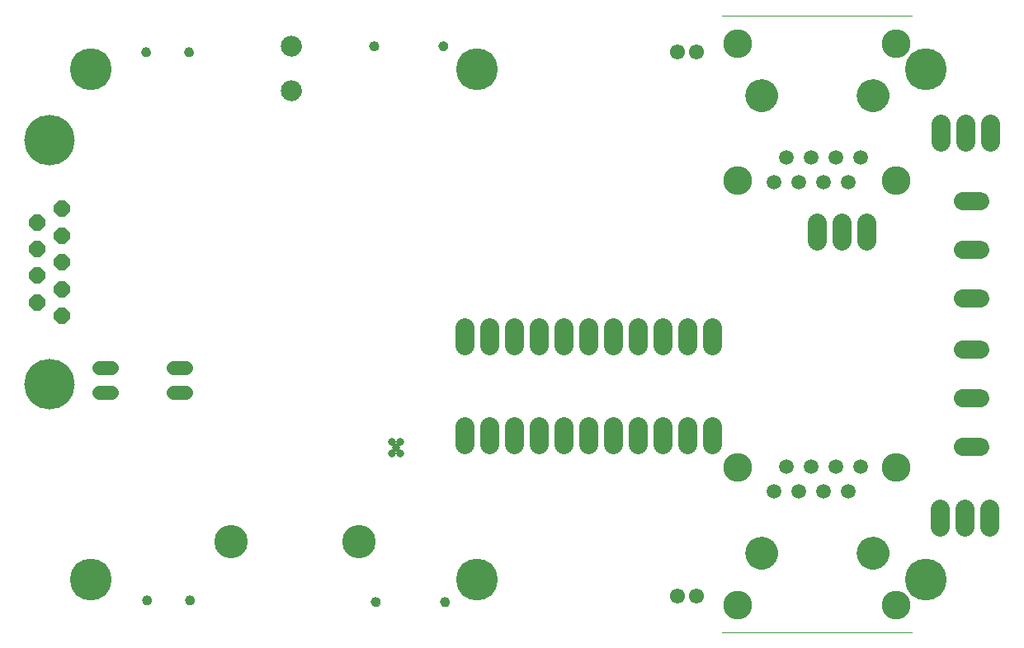
<source format=gbs>
G75*
G70*
%OFA0B0*%
%FSLAX24Y24*%
%IPPOS*%
%LPD*%
%AMOC8*
5,1,8,0,0,1.08239X$1,22.5*
%
%ADD10C,0.0000*%
%ADD11C,0.0840*%
%ADD12C,0.0394*%
%ADD13C,0.0610*%
%ADD14C,0.1350*%
%ADD15OC8,0.0640*%
%ADD16C,0.2040*%
%ADD17C,0.0319*%
%ADD18C,0.0780*%
%ADD19C,0.0745*%
%ADD20C,0.0004*%
%ADD21C,0.0594*%
%ADD22C,0.1162*%
%ADD23C,0.1320*%
%ADD24C,0.0560*%
%ADD25C,0.1690*%
D10*
X010926Y019839D02*
X010928Y019865D01*
X010934Y019891D01*
X010944Y019916D01*
X010957Y019939D01*
X010973Y019959D01*
X010993Y019977D01*
X011015Y019992D01*
X011038Y020004D01*
X011064Y020012D01*
X011090Y020016D01*
X011116Y020016D01*
X011142Y020012D01*
X011168Y020004D01*
X011192Y019992D01*
X011213Y019977D01*
X011233Y019959D01*
X011249Y019939D01*
X011262Y019916D01*
X011272Y019891D01*
X011278Y019865D01*
X011280Y019839D01*
X011278Y019813D01*
X011272Y019787D01*
X011262Y019762D01*
X011249Y019739D01*
X011233Y019719D01*
X011213Y019701D01*
X011191Y019686D01*
X011168Y019674D01*
X011142Y019666D01*
X011116Y019662D01*
X011090Y019662D01*
X011064Y019666D01*
X011038Y019674D01*
X011014Y019686D01*
X010993Y019701D01*
X010973Y019719D01*
X010957Y019739D01*
X010944Y019762D01*
X010934Y019787D01*
X010928Y019813D01*
X010926Y019839D01*
X012659Y019839D02*
X012661Y019865D01*
X012667Y019891D01*
X012677Y019916D01*
X012690Y019939D01*
X012706Y019959D01*
X012726Y019977D01*
X012748Y019992D01*
X012771Y020004D01*
X012797Y020012D01*
X012823Y020016D01*
X012849Y020016D01*
X012875Y020012D01*
X012901Y020004D01*
X012925Y019992D01*
X012946Y019977D01*
X012966Y019959D01*
X012982Y019939D01*
X012995Y019916D01*
X013005Y019891D01*
X013011Y019865D01*
X013013Y019839D01*
X013011Y019813D01*
X013005Y019787D01*
X012995Y019762D01*
X012982Y019739D01*
X012966Y019719D01*
X012946Y019701D01*
X012924Y019686D01*
X012901Y019674D01*
X012875Y019666D01*
X012849Y019662D01*
X012823Y019662D01*
X012797Y019666D01*
X012771Y019674D01*
X012747Y019686D01*
X012726Y019701D01*
X012706Y019719D01*
X012690Y019739D01*
X012677Y019762D01*
X012667Y019787D01*
X012661Y019813D01*
X012659Y019839D01*
X020170Y019770D02*
X020172Y019796D01*
X020178Y019822D01*
X020188Y019847D01*
X020201Y019870D01*
X020217Y019890D01*
X020237Y019908D01*
X020259Y019923D01*
X020282Y019935D01*
X020308Y019943D01*
X020334Y019947D01*
X020360Y019947D01*
X020386Y019943D01*
X020412Y019935D01*
X020436Y019923D01*
X020457Y019908D01*
X020477Y019890D01*
X020493Y019870D01*
X020506Y019847D01*
X020516Y019822D01*
X020522Y019796D01*
X020524Y019770D01*
X020522Y019744D01*
X020516Y019718D01*
X020506Y019693D01*
X020493Y019670D01*
X020477Y019650D01*
X020457Y019632D01*
X020435Y019617D01*
X020412Y019605D01*
X020386Y019597D01*
X020360Y019593D01*
X020334Y019593D01*
X020308Y019597D01*
X020282Y019605D01*
X020258Y019617D01*
X020237Y019632D01*
X020217Y019650D01*
X020201Y019670D01*
X020188Y019693D01*
X020178Y019718D01*
X020172Y019744D01*
X020170Y019770D01*
X022966Y019770D02*
X022968Y019796D01*
X022974Y019822D01*
X022984Y019847D01*
X022997Y019870D01*
X023013Y019890D01*
X023033Y019908D01*
X023055Y019923D01*
X023078Y019935D01*
X023104Y019943D01*
X023130Y019947D01*
X023156Y019947D01*
X023182Y019943D01*
X023208Y019935D01*
X023232Y019923D01*
X023253Y019908D01*
X023273Y019890D01*
X023289Y019870D01*
X023302Y019847D01*
X023312Y019822D01*
X023318Y019796D01*
X023320Y019770D01*
X023318Y019744D01*
X023312Y019718D01*
X023302Y019693D01*
X023289Y019670D01*
X023273Y019650D01*
X023253Y019632D01*
X023231Y019617D01*
X023208Y019605D01*
X023182Y019597D01*
X023156Y019593D01*
X023130Y019593D01*
X023104Y019597D01*
X023078Y019605D01*
X023054Y019617D01*
X023033Y019632D01*
X023013Y019650D01*
X022997Y019670D01*
X022984Y019693D01*
X022974Y019718D01*
X022968Y019744D01*
X022966Y019770D01*
X035290Y021750D02*
X035292Y021800D01*
X035298Y021850D01*
X035308Y021899D01*
X035321Y021948D01*
X035339Y021995D01*
X035360Y022041D01*
X035384Y022084D01*
X035412Y022126D01*
X035443Y022166D01*
X035477Y022203D01*
X035514Y022237D01*
X035554Y022268D01*
X035596Y022296D01*
X035639Y022320D01*
X035685Y022341D01*
X035732Y022359D01*
X035781Y022372D01*
X035830Y022382D01*
X035880Y022388D01*
X035930Y022390D01*
X035980Y022388D01*
X036030Y022382D01*
X036079Y022372D01*
X036128Y022359D01*
X036175Y022341D01*
X036221Y022320D01*
X036264Y022296D01*
X036306Y022268D01*
X036346Y022237D01*
X036383Y022203D01*
X036417Y022166D01*
X036448Y022126D01*
X036476Y022084D01*
X036500Y022041D01*
X036521Y021995D01*
X036539Y021948D01*
X036552Y021899D01*
X036562Y021850D01*
X036568Y021800D01*
X036570Y021750D01*
X036568Y021700D01*
X036562Y021650D01*
X036552Y021601D01*
X036539Y021552D01*
X036521Y021505D01*
X036500Y021459D01*
X036476Y021416D01*
X036448Y021374D01*
X036417Y021334D01*
X036383Y021297D01*
X036346Y021263D01*
X036306Y021232D01*
X036264Y021204D01*
X036221Y021180D01*
X036175Y021159D01*
X036128Y021141D01*
X036079Y021128D01*
X036030Y021118D01*
X035980Y021112D01*
X035930Y021110D01*
X035880Y021112D01*
X035830Y021118D01*
X035781Y021128D01*
X035732Y021141D01*
X035685Y021159D01*
X035639Y021180D01*
X035596Y021204D01*
X035554Y021232D01*
X035514Y021263D01*
X035477Y021297D01*
X035443Y021334D01*
X035412Y021374D01*
X035384Y021416D01*
X035360Y021459D01*
X035339Y021505D01*
X035321Y021552D01*
X035308Y021601D01*
X035298Y021650D01*
X035292Y021700D01*
X035290Y021750D01*
X039790Y021750D02*
X039792Y021800D01*
X039798Y021850D01*
X039808Y021899D01*
X039821Y021948D01*
X039839Y021995D01*
X039860Y022041D01*
X039884Y022084D01*
X039912Y022126D01*
X039943Y022166D01*
X039977Y022203D01*
X040014Y022237D01*
X040054Y022268D01*
X040096Y022296D01*
X040139Y022320D01*
X040185Y022341D01*
X040232Y022359D01*
X040281Y022372D01*
X040330Y022382D01*
X040380Y022388D01*
X040430Y022390D01*
X040480Y022388D01*
X040530Y022382D01*
X040579Y022372D01*
X040628Y022359D01*
X040675Y022341D01*
X040721Y022320D01*
X040764Y022296D01*
X040806Y022268D01*
X040846Y022237D01*
X040883Y022203D01*
X040917Y022166D01*
X040948Y022126D01*
X040976Y022084D01*
X041000Y022041D01*
X041021Y021995D01*
X041039Y021948D01*
X041052Y021899D01*
X041062Y021850D01*
X041068Y021800D01*
X041070Y021750D01*
X041068Y021700D01*
X041062Y021650D01*
X041052Y021601D01*
X041039Y021552D01*
X041021Y021505D01*
X041000Y021459D01*
X040976Y021416D01*
X040948Y021374D01*
X040917Y021334D01*
X040883Y021297D01*
X040846Y021263D01*
X040806Y021232D01*
X040764Y021204D01*
X040721Y021180D01*
X040675Y021159D01*
X040628Y021141D01*
X040579Y021128D01*
X040530Y021118D01*
X040480Y021112D01*
X040430Y021110D01*
X040380Y021112D01*
X040330Y021118D01*
X040281Y021128D01*
X040232Y021141D01*
X040185Y021159D01*
X040139Y021180D01*
X040096Y021204D01*
X040054Y021232D01*
X040014Y021263D01*
X039977Y021297D01*
X039943Y021334D01*
X039912Y021374D01*
X039884Y021416D01*
X039860Y021459D01*
X039839Y021505D01*
X039821Y021552D01*
X039808Y021601D01*
X039798Y021650D01*
X039792Y021700D01*
X039790Y021750D01*
X039790Y040250D02*
X039792Y040300D01*
X039798Y040350D01*
X039808Y040399D01*
X039821Y040448D01*
X039839Y040495D01*
X039860Y040541D01*
X039884Y040584D01*
X039912Y040626D01*
X039943Y040666D01*
X039977Y040703D01*
X040014Y040737D01*
X040054Y040768D01*
X040096Y040796D01*
X040139Y040820D01*
X040185Y040841D01*
X040232Y040859D01*
X040281Y040872D01*
X040330Y040882D01*
X040380Y040888D01*
X040430Y040890D01*
X040480Y040888D01*
X040530Y040882D01*
X040579Y040872D01*
X040628Y040859D01*
X040675Y040841D01*
X040721Y040820D01*
X040764Y040796D01*
X040806Y040768D01*
X040846Y040737D01*
X040883Y040703D01*
X040917Y040666D01*
X040948Y040626D01*
X040976Y040584D01*
X041000Y040541D01*
X041021Y040495D01*
X041039Y040448D01*
X041052Y040399D01*
X041062Y040350D01*
X041068Y040300D01*
X041070Y040250D01*
X041068Y040200D01*
X041062Y040150D01*
X041052Y040101D01*
X041039Y040052D01*
X041021Y040005D01*
X041000Y039959D01*
X040976Y039916D01*
X040948Y039874D01*
X040917Y039834D01*
X040883Y039797D01*
X040846Y039763D01*
X040806Y039732D01*
X040764Y039704D01*
X040721Y039680D01*
X040675Y039659D01*
X040628Y039641D01*
X040579Y039628D01*
X040530Y039618D01*
X040480Y039612D01*
X040430Y039610D01*
X040380Y039612D01*
X040330Y039618D01*
X040281Y039628D01*
X040232Y039641D01*
X040185Y039659D01*
X040139Y039680D01*
X040096Y039704D01*
X040054Y039732D01*
X040014Y039763D01*
X039977Y039797D01*
X039943Y039834D01*
X039912Y039874D01*
X039884Y039916D01*
X039860Y039959D01*
X039839Y040005D01*
X039821Y040052D01*
X039808Y040101D01*
X039798Y040150D01*
X039792Y040200D01*
X039790Y040250D01*
X035290Y040250D02*
X035292Y040300D01*
X035298Y040350D01*
X035308Y040399D01*
X035321Y040448D01*
X035339Y040495D01*
X035360Y040541D01*
X035384Y040584D01*
X035412Y040626D01*
X035443Y040666D01*
X035477Y040703D01*
X035514Y040737D01*
X035554Y040768D01*
X035596Y040796D01*
X035639Y040820D01*
X035685Y040841D01*
X035732Y040859D01*
X035781Y040872D01*
X035830Y040882D01*
X035880Y040888D01*
X035930Y040890D01*
X035980Y040888D01*
X036030Y040882D01*
X036079Y040872D01*
X036128Y040859D01*
X036175Y040841D01*
X036221Y040820D01*
X036264Y040796D01*
X036306Y040768D01*
X036346Y040737D01*
X036383Y040703D01*
X036417Y040666D01*
X036448Y040626D01*
X036476Y040584D01*
X036500Y040541D01*
X036521Y040495D01*
X036539Y040448D01*
X036552Y040399D01*
X036562Y040350D01*
X036568Y040300D01*
X036570Y040250D01*
X036568Y040200D01*
X036562Y040150D01*
X036552Y040101D01*
X036539Y040052D01*
X036521Y040005D01*
X036500Y039959D01*
X036476Y039916D01*
X036448Y039874D01*
X036417Y039834D01*
X036383Y039797D01*
X036346Y039763D01*
X036306Y039732D01*
X036264Y039704D01*
X036221Y039680D01*
X036175Y039659D01*
X036128Y039641D01*
X036079Y039628D01*
X036030Y039618D01*
X035980Y039612D01*
X035930Y039610D01*
X035880Y039612D01*
X035830Y039618D01*
X035781Y039628D01*
X035732Y039641D01*
X035685Y039659D01*
X035639Y039680D01*
X035596Y039704D01*
X035554Y039732D01*
X035514Y039763D01*
X035477Y039797D01*
X035443Y039834D01*
X035412Y039874D01*
X035384Y039916D01*
X035360Y039959D01*
X035339Y040005D01*
X035321Y040052D01*
X035308Y040101D01*
X035298Y040150D01*
X035292Y040200D01*
X035290Y040250D01*
X022901Y042250D02*
X022903Y042276D01*
X022909Y042302D01*
X022919Y042327D01*
X022932Y042350D01*
X022948Y042370D01*
X022968Y042388D01*
X022990Y042403D01*
X023013Y042415D01*
X023039Y042423D01*
X023065Y042427D01*
X023091Y042427D01*
X023117Y042423D01*
X023143Y042415D01*
X023167Y042403D01*
X023188Y042388D01*
X023208Y042370D01*
X023224Y042350D01*
X023237Y042327D01*
X023247Y042302D01*
X023253Y042276D01*
X023255Y042250D01*
X023253Y042224D01*
X023247Y042198D01*
X023237Y042173D01*
X023224Y042150D01*
X023208Y042130D01*
X023188Y042112D01*
X023166Y042097D01*
X023143Y042085D01*
X023117Y042077D01*
X023091Y042073D01*
X023065Y042073D01*
X023039Y042077D01*
X023013Y042085D01*
X022989Y042097D01*
X022968Y042112D01*
X022948Y042130D01*
X022932Y042150D01*
X022919Y042173D01*
X022909Y042198D01*
X022903Y042224D01*
X022901Y042250D01*
X020105Y042250D02*
X020107Y042276D01*
X020113Y042302D01*
X020123Y042327D01*
X020136Y042350D01*
X020152Y042370D01*
X020172Y042388D01*
X020194Y042403D01*
X020217Y042415D01*
X020243Y042423D01*
X020269Y042427D01*
X020295Y042427D01*
X020321Y042423D01*
X020347Y042415D01*
X020371Y042403D01*
X020392Y042388D01*
X020412Y042370D01*
X020428Y042350D01*
X020441Y042327D01*
X020451Y042302D01*
X020457Y042276D01*
X020459Y042250D01*
X020457Y042224D01*
X020451Y042198D01*
X020441Y042173D01*
X020428Y042150D01*
X020412Y042130D01*
X020392Y042112D01*
X020370Y042097D01*
X020347Y042085D01*
X020321Y042077D01*
X020295Y042073D01*
X020269Y042073D01*
X020243Y042077D01*
X020217Y042085D01*
X020193Y042097D01*
X020172Y042112D01*
X020152Y042130D01*
X020136Y042150D01*
X020123Y042173D01*
X020113Y042198D01*
X020107Y042224D01*
X020105Y042250D01*
X016530Y042250D02*
X016532Y042290D01*
X016538Y042329D01*
X016548Y042368D01*
X016561Y042405D01*
X016579Y042441D01*
X016600Y042475D01*
X016624Y042507D01*
X016651Y042536D01*
X016681Y042563D01*
X016713Y042586D01*
X016748Y042606D01*
X016784Y042622D01*
X016822Y042635D01*
X016861Y042644D01*
X016900Y042649D01*
X016940Y042650D01*
X016980Y042647D01*
X017019Y042640D01*
X017057Y042629D01*
X017095Y042615D01*
X017130Y042596D01*
X017163Y042575D01*
X017195Y042550D01*
X017223Y042522D01*
X017249Y042492D01*
X017271Y042459D01*
X017290Y042424D01*
X017306Y042387D01*
X017318Y042349D01*
X017326Y042310D01*
X017330Y042270D01*
X017330Y042230D01*
X017326Y042190D01*
X017318Y042151D01*
X017306Y042113D01*
X017290Y042076D01*
X017271Y042041D01*
X017249Y042008D01*
X017223Y041978D01*
X017195Y041950D01*
X017163Y041925D01*
X017130Y041904D01*
X017095Y041885D01*
X017057Y041871D01*
X017019Y041860D01*
X016980Y041853D01*
X016940Y041850D01*
X016900Y041851D01*
X016861Y041856D01*
X016822Y041865D01*
X016784Y041878D01*
X016748Y041894D01*
X016713Y041914D01*
X016681Y041937D01*
X016651Y041964D01*
X016624Y041993D01*
X016600Y042025D01*
X016579Y042059D01*
X016561Y042095D01*
X016548Y042132D01*
X016538Y042171D01*
X016532Y042210D01*
X016530Y042250D01*
X016530Y040450D02*
X016532Y040490D01*
X016538Y040529D01*
X016548Y040568D01*
X016561Y040605D01*
X016579Y040641D01*
X016600Y040675D01*
X016624Y040707D01*
X016651Y040736D01*
X016681Y040763D01*
X016713Y040786D01*
X016748Y040806D01*
X016784Y040822D01*
X016822Y040835D01*
X016861Y040844D01*
X016900Y040849D01*
X016940Y040850D01*
X016980Y040847D01*
X017019Y040840D01*
X017057Y040829D01*
X017095Y040815D01*
X017130Y040796D01*
X017163Y040775D01*
X017195Y040750D01*
X017223Y040722D01*
X017249Y040692D01*
X017271Y040659D01*
X017290Y040624D01*
X017306Y040587D01*
X017318Y040549D01*
X017326Y040510D01*
X017330Y040470D01*
X017330Y040430D01*
X017326Y040390D01*
X017318Y040351D01*
X017306Y040313D01*
X017290Y040276D01*
X017271Y040241D01*
X017249Y040208D01*
X017223Y040178D01*
X017195Y040150D01*
X017163Y040125D01*
X017130Y040104D01*
X017095Y040085D01*
X017057Y040071D01*
X017019Y040060D01*
X016980Y040053D01*
X016940Y040050D01*
X016900Y040051D01*
X016861Y040056D01*
X016822Y040065D01*
X016784Y040078D01*
X016748Y040094D01*
X016713Y040114D01*
X016681Y040137D01*
X016651Y040164D01*
X016624Y040193D01*
X016600Y040225D01*
X016579Y040259D01*
X016561Y040295D01*
X016548Y040332D01*
X016538Y040371D01*
X016532Y040410D01*
X016530Y040450D01*
X012619Y042000D02*
X012621Y042026D01*
X012627Y042052D01*
X012637Y042077D01*
X012650Y042100D01*
X012666Y042120D01*
X012686Y042138D01*
X012708Y042153D01*
X012731Y042165D01*
X012757Y042173D01*
X012783Y042177D01*
X012809Y042177D01*
X012835Y042173D01*
X012861Y042165D01*
X012885Y042153D01*
X012906Y042138D01*
X012926Y042120D01*
X012942Y042100D01*
X012955Y042077D01*
X012965Y042052D01*
X012971Y042026D01*
X012973Y042000D01*
X012971Y041974D01*
X012965Y041948D01*
X012955Y041923D01*
X012942Y041900D01*
X012926Y041880D01*
X012906Y041862D01*
X012884Y041847D01*
X012861Y041835D01*
X012835Y041827D01*
X012809Y041823D01*
X012783Y041823D01*
X012757Y041827D01*
X012731Y041835D01*
X012707Y041847D01*
X012686Y041862D01*
X012666Y041880D01*
X012650Y041900D01*
X012637Y041923D01*
X012627Y041948D01*
X012621Y041974D01*
X012619Y042000D01*
X010887Y042000D02*
X010889Y042026D01*
X010895Y042052D01*
X010905Y042077D01*
X010918Y042100D01*
X010934Y042120D01*
X010954Y042138D01*
X010976Y042153D01*
X010999Y042165D01*
X011025Y042173D01*
X011051Y042177D01*
X011077Y042177D01*
X011103Y042173D01*
X011129Y042165D01*
X011153Y042153D01*
X011174Y042138D01*
X011194Y042120D01*
X011210Y042100D01*
X011223Y042077D01*
X011233Y042052D01*
X011239Y042026D01*
X011241Y042000D01*
X011239Y041974D01*
X011233Y041948D01*
X011223Y041923D01*
X011210Y041900D01*
X011194Y041880D01*
X011174Y041862D01*
X011152Y041847D01*
X011129Y041835D01*
X011103Y041827D01*
X011077Y041823D01*
X011051Y041823D01*
X011025Y041827D01*
X010999Y041835D01*
X010975Y041847D01*
X010954Y041862D01*
X010934Y041880D01*
X010918Y041900D01*
X010905Y041923D01*
X010895Y041948D01*
X010889Y041974D01*
X010887Y042000D01*
D11*
X016930Y042250D03*
X016930Y040450D03*
D12*
X011103Y019839D03*
X012836Y019839D03*
X020347Y019770D03*
X023143Y019770D03*
X023078Y042250D03*
X020282Y042250D03*
X012796Y042000D03*
X011064Y042000D03*
D13*
X032536Y042000D03*
X033324Y042000D03*
X033324Y020000D03*
X032536Y020000D03*
D14*
X019686Y022220D03*
X014516Y022220D03*
D15*
X007680Y031340D03*
X007680Y032420D03*
X007680Y033500D03*
X006680Y034040D03*
X006680Y035120D03*
X007680Y034580D03*
X007680Y035660D03*
X006680Y032960D03*
X006680Y031880D03*
D16*
X007180Y028570D03*
X007180Y038430D03*
D17*
X021003Y026236D03*
X021180Y026000D03*
X021357Y025764D03*
X021003Y025764D03*
X021357Y026236D03*
D18*
X023930Y026130D02*
X023930Y026870D01*
X024930Y026870D02*
X024930Y026130D01*
X025930Y026130D02*
X025930Y026870D01*
X026930Y026870D02*
X026930Y026130D01*
X027930Y026130D02*
X027930Y026870D01*
X028930Y026870D02*
X028930Y026130D01*
X029930Y026130D02*
X029930Y026870D01*
X030930Y026870D02*
X030930Y026130D01*
X031930Y026130D02*
X031930Y026870D01*
X032930Y026870D02*
X032930Y026130D01*
X033930Y026130D02*
X033930Y026870D01*
X033930Y030130D02*
X033930Y030870D01*
X032930Y030870D02*
X032930Y030130D01*
X031930Y030130D02*
X031930Y030870D01*
X030930Y030870D02*
X030930Y030130D01*
X029930Y030130D02*
X029930Y030870D01*
X028930Y030870D02*
X028930Y030130D01*
X027930Y030130D02*
X027930Y030870D01*
X026930Y030870D02*
X026930Y030130D01*
X025930Y030130D02*
X025930Y030870D01*
X024930Y030870D02*
X024930Y030130D01*
X023930Y030130D02*
X023930Y030870D01*
X038180Y034380D02*
X038180Y035120D01*
X039180Y035120D02*
X039180Y034380D01*
X040180Y034380D02*
X040180Y035120D01*
X043180Y038355D02*
X043180Y039095D01*
X044180Y039095D02*
X044180Y038355D01*
X045180Y038355D02*
X045180Y039095D01*
X045155Y023545D02*
X045155Y022805D01*
X044155Y022805D02*
X044155Y023545D01*
X043155Y023545D02*
X043155Y022805D01*
D19*
X044070Y026031D02*
X044775Y026031D01*
X044775Y028000D02*
X044070Y028000D01*
X044070Y029969D02*
X044775Y029969D01*
X044775Y032031D02*
X044070Y032031D01*
X044070Y034000D02*
X044775Y034000D01*
X044775Y035969D02*
X044070Y035969D01*
D20*
X042005Y043470D02*
X034355Y043470D01*
X034355Y018530D02*
X042005Y018530D01*
D21*
X039430Y024250D03*
X038430Y024250D03*
X037430Y024250D03*
X036430Y024250D03*
X036930Y025250D03*
X037930Y025250D03*
X038930Y025250D03*
X039930Y025250D03*
X039430Y036750D03*
X038430Y036750D03*
X037430Y036750D03*
X036430Y036750D03*
X036930Y037750D03*
X037930Y037750D03*
X038930Y037750D03*
X039930Y037750D03*
D22*
X041380Y036801D03*
X041380Y042348D03*
X034980Y042348D03*
X034980Y036801D03*
X034980Y025199D03*
X034980Y019652D03*
X041380Y019652D03*
X041380Y025199D03*
D23*
X040430Y021750D03*
X035930Y021750D03*
X035930Y040250D03*
X040430Y040250D03*
D24*
X012690Y029250D02*
X012170Y029250D01*
X012170Y028250D02*
X012690Y028250D01*
X009690Y028250D02*
X009170Y028250D01*
X009170Y029250D02*
X009690Y029250D01*
D25*
X008830Y020680D03*
X024450Y020680D03*
X042580Y020680D03*
X042580Y041320D03*
X024450Y041320D03*
X008830Y041320D03*
M02*

</source>
